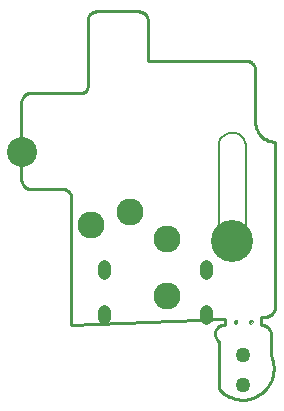
<source format=gbs>
G75*
G70*
%OFA0B0*%
%FSLAX24Y24*%
%IPPOS*%
%LPD*%
%AMOC8*
5,1,8,0,0,1.08239X$1,22.5*
%
%ADD10C,0.0050*%
%ADD11C,0.0100*%
%ADD12C,0.0000*%
%ADD13C,0.0120*%
%ADD14C,0.0004*%
%ADD15C,0.0433*%
%ADD16C,0.0900*%
%ADD17C,0.0500*%
%ADD18C,0.1000*%
%ADD19C,0.1400*%
D10*
X007158Y005886D02*
X007158Y008596D01*
X007160Y008637D01*
X007165Y008677D01*
X007174Y008717D01*
X007187Y008756D01*
X007203Y008793D01*
X007222Y008829D01*
X007245Y008863D01*
X007270Y008895D01*
X007299Y008925D01*
X007329Y008952D01*
X007362Y008976D01*
X007397Y008997D01*
X007434Y009014D01*
X007472Y009029D01*
X007512Y009040D01*
X007552Y009047D01*
X007593Y009051D01*
X007633Y009051D01*
X007674Y009047D01*
X007714Y009040D01*
X007754Y009029D01*
X007792Y009014D01*
X007829Y008997D01*
X007864Y008976D01*
X007897Y008952D01*
X007927Y008925D01*
X007956Y008895D01*
X007981Y008863D01*
X008004Y008829D01*
X008023Y008793D01*
X008039Y008756D01*
X008052Y008717D01*
X008061Y008677D01*
X008066Y008637D01*
X008068Y008596D01*
X008068Y005886D01*
X008066Y005845D01*
X008061Y005805D01*
X008052Y005765D01*
X008039Y005726D01*
X008023Y005689D01*
X008004Y005653D01*
X007981Y005619D01*
X007956Y005587D01*
X007927Y005557D01*
X007897Y005530D01*
X007864Y005506D01*
X007829Y005485D01*
X007792Y005468D01*
X007754Y005453D01*
X007714Y005442D01*
X007674Y005435D01*
X007633Y005431D01*
X007593Y005431D01*
X007552Y005435D01*
X007512Y005442D01*
X007472Y005453D01*
X007434Y005468D01*
X007397Y005485D01*
X007362Y005506D01*
X007329Y005530D01*
X007299Y005557D01*
X007270Y005587D01*
X007245Y005619D01*
X007222Y005653D01*
X007203Y005689D01*
X007187Y005726D01*
X007174Y005765D01*
X007165Y005805D01*
X007160Y005845D01*
X007158Y005886D01*
D11*
X007364Y002832D02*
X002254Y002646D01*
X002254Y006898D01*
X002248Y006931D01*
X002239Y006963D01*
X002226Y006994D01*
X002210Y007023D01*
X002192Y007050D01*
X002170Y007076D01*
X002146Y007099D01*
X002120Y007119D01*
X002092Y007137D01*
X002062Y007151D01*
X002031Y007162D01*
X001999Y007170D01*
X001966Y007175D01*
X001933Y007176D01*
X001900Y007174D01*
X001899Y007174D02*
X000904Y007174D01*
X000871Y007176D01*
X000839Y007181D01*
X000807Y007189D01*
X000776Y007201D01*
X000747Y007216D01*
X000719Y007234D01*
X000693Y007255D01*
X000670Y007278D01*
X000649Y007304D01*
X000631Y007331D01*
X000616Y007361D01*
X000604Y007392D01*
X000596Y007424D01*
X000591Y007456D01*
X000589Y007489D01*
X000589Y010062D01*
X000591Y010095D01*
X000596Y010127D01*
X000604Y010159D01*
X000616Y010190D01*
X000631Y010219D01*
X000649Y010247D01*
X000670Y010273D01*
X000693Y010296D01*
X000719Y010317D01*
X000747Y010335D01*
X000776Y010350D01*
X000807Y010362D01*
X000839Y010370D01*
X000871Y010375D01*
X000904Y010377D01*
X002595Y010377D01*
X002595Y010376D02*
X002621Y010378D01*
X002646Y010383D01*
X002670Y010391D01*
X002693Y010402D01*
X002715Y010417D01*
X002734Y010434D01*
X002751Y010453D01*
X002766Y010474D01*
X002777Y010498D01*
X002785Y010522D01*
X002790Y010547D01*
X002792Y010573D01*
X002792Y012782D01*
X002794Y012815D01*
X002799Y012847D01*
X002807Y012879D01*
X002819Y012910D01*
X002834Y012939D01*
X002852Y012967D01*
X002873Y012993D01*
X002896Y013016D01*
X002922Y013037D01*
X002950Y013055D01*
X002979Y013070D01*
X003010Y013082D01*
X003042Y013090D01*
X003074Y013095D01*
X003107Y013097D01*
X004489Y013097D01*
X004522Y013095D01*
X004554Y013090D01*
X004586Y013082D01*
X004617Y013070D01*
X004646Y013055D01*
X004674Y013037D01*
X004700Y013016D01*
X004723Y012993D01*
X004744Y012967D01*
X004762Y012939D01*
X004777Y012910D01*
X004789Y012879D01*
X004797Y012847D01*
X004802Y012815D01*
X004804Y012782D01*
X004804Y011456D01*
X008073Y011456D01*
X008073Y011455D02*
X008108Y011452D01*
X008142Y011444D01*
X008175Y011433D01*
X008207Y011419D01*
X008237Y011401D01*
X008265Y011380D01*
X008291Y011356D01*
X008315Y011330D01*
X008335Y011302D01*
X008352Y011271D01*
X008367Y011239D01*
X008377Y011206D01*
X008384Y011171D01*
X008388Y011136D01*
X008387Y011101D01*
X008388Y011101D02*
X008388Y009382D01*
X008387Y009381D02*
X008391Y009333D01*
X008397Y009285D01*
X008408Y009237D01*
X008422Y009191D01*
X008439Y009145D01*
X008460Y009101D01*
X008484Y009059D01*
X008511Y009019D01*
X008541Y008981D01*
X008574Y008945D01*
X008610Y008911D01*
X008647Y008881D01*
X008687Y008853D01*
X008729Y008828D01*
X008773Y008807D01*
X008818Y008789D01*
X008864Y008774D01*
X008912Y008763D01*
X008960Y008756D01*
X009008Y008752D01*
X009057Y008751D01*
X009057Y008752D02*
X009057Y003294D01*
X009055Y003255D01*
X009049Y003217D01*
X009040Y003180D01*
X009027Y003143D01*
X009010Y003108D01*
X008991Y003075D01*
X008968Y003044D01*
X008942Y003015D01*
X008913Y002989D01*
X008882Y002966D01*
X008849Y002947D01*
X008814Y002930D01*
X008777Y002917D01*
X008740Y002908D01*
X008702Y002902D01*
X008663Y002900D01*
X008663Y002901D02*
X008585Y002901D01*
X008585Y002646D01*
X008618Y002644D01*
X008650Y002639D01*
X008682Y002631D01*
X008713Y002619D01*
X008742Y002604D01*
X008770Y002586D01*
X008796Y002565D01*
X008819Y002542D01*
X008840Y002516D01*
X008858Y002488D01*
X008873Y002459D01*
X008885Y002428D01*
X008893Y002396D01*
X008898Y002364D01*
X008900Y002331D01*
X008900Y001623D01*
X008925Y001565D01*
X008947Y001505D01*
X008964Y001444D01*
X008978Y001382D01*
X008988Y001320D01*
X008995Y001257D01*
X008997Y001193D01*
X008995Y001130D01*
X008990Y001066D01*
X008981Y001004D01*
X008968Y000942D01*
X008951Y000880D01*
X008930Y000820D01*
X008906Y000762D01*
X008878Y000705D01*
X008847Y000649D01*
X008813Y000596D01*
X008775Y000545D01*
X008734Y000496D01*
X008690Y000450D01*
X008644Y000407D01*
X008595Y000367D01*
X008544Y000329D01*
X008490Y000295D01*
X008435Y000265D01*
X008377Y000237D01*
X008318Y000214D01*
X008258Y000194D01*
X008197Y000177D01*
X008135Y000165D01*
X008072Y000156D01*
X008009Y000151D01*
X007945Y000150D01*
X007882Y000153D01*
X007819Y000160D01*
X007756Y000170D01*
X007694Y000185D01*
X007633Y000203D01*
X007574Y000225D01*
X007516Y000251D01*
X007459Y000280D01*
X007405Y000312D01*
X007352Y000348D01*
X007302Y000387D01*
X007254Y000428D01*
X007209Y000473D01*
X007167Y000520D01*
X007167Y002095D01*
X007168Y002096D02*
X007141Y002117D01*
X007116Y002141D01*
X007095Y002168D01*
X007076Y002197D01*
X007061Y002228D01*
X007050Y002260D01*
X007042Y002293D01*
X007038Y002328D01*
X007039Y002362D01*
X007043Y002396D01*
X007050Y002430D01*
X007062Y002462D01*
X007077Y002493D01*
X007096Y002522D01*
X007117Y002548D01*
X007142Y002572D01*
X007169Y002593D01*
X007198Y002611D01*
X007229Y002626D01*
X007262Y002637D01*
X007296Y002644D01*
X007330Y002647D01*
X007364Y002646D01*
X007364Y002832D01*
D12*
X007670Y002746D02*
X007672Y002761D01*
X007677Y002775D01*
X007686Y002787D01*
X007698Y002797D01*
X007711Y002803D01*
X007726Y002806D01*
X007741Y002805D01*
X007756Y002800D01*
X007768Y002792D01*
X007779Y002781D01*
X007786Y002768D01*
X007790Y002754D01*
X007790Y002738D01*
X007786Y002724D01*
X007779Y002711D01*
X007768Y002700D01*
X007756Y002692D01*
X007741Y002687D01*
X007726Y002686D01*
X007711Y002689D01*
X007698Y002695D01*
X007686Y002705D01*
X007677Y002717D01*
X007672Y002731D01*
X007670Y002746D01*
X008180Y002746D02*
X008182Y002761D01*
X008187Y002775D01*
X008196Y002787D01*
X008208Y002797D01*
X008221Y002803D01*
X008236Y002806D01*
X008251Y002805D01*
X008266Y002800D01*
X008278Y002792D01*
X008289Y002781D01*
X008296Y002768D01*
X008300Y002754D01*
X008300Y002738D01*
X008296Y002724D01*
X008289Y002711D01*
X008278Y002700D01*
X008266Y002692D01*
X008251Y002687D01*
X008236Y002686D01*
X008221Y002689D01*
X008208Y002695D01*
X008196Y002705D01*
X008187Y002717D01*
X008182Y002731D01*
X008180Y002746D01*
D13*
X008240Y002746D03*
X007730Y002746D03*
D14*
X006855Y002860D02*
X006855Y003104D01*
X006853Y003124D01*
X006848Y003144D01*
X006839Y003163D01*
X006827Y003180D01*
X006813Y003194D01*
X006796Y003206D01*
X006777Y003215D01*
X006757Y003220D01*
X006737Y003222D01*
X006717Y003220D01*
X006697Y003215D01*
X006678Y003206D01*
X006661Y003194D01*
X006647Y003180D01*
X006635Y003163D01*
X006626Y003144D01*
X006621Y003124D01*
X006619Y003104D01*
X006619Y002860D01*
X006621Y002840D01*
X006626Y002820D01*
X006635Y002801D01*
X006647Y002784D01*
X006661Y002770D01*
X006678Y002758D01*
X006697Y002749D01*
X006717Y002744D01*
X006737Y002742D01*
X006757Y002744D01*
X006777Y002749D01*
X006796Y002758D01*
X006813Y002770D01*
X006827Y002784D01*
X006839Y002801D01*
X006848Y002820D01*
X006853Y002840D01*
X006855Y002860D01*
X006855Y004356D02*
X006855Y004600D01*
X006853Y004620D01*
X006848Y004640D01*
X006839Y004659D01*
X006827Y004676D01*
X006813Y004690D01*
X006796Y004702D01*
X006777Y004711D01*
X006757Y004716D01*
X006737Y004718D01*
X006717Y004716D01*
X006697Y004711D01*
X006678Y004702D01*
X006661Y004690D01*
X006647Y004676D01*
X006635Y004659D01*
X006626Y004640D01*
X006621Y004620D01*
X006619Y004600D01*
X006619Y004356D01*
X006621Y004336D01*
X006626Y004316D01*
X006635Y004297D01*
X006647Y004280D01*
X006661Y004266D01*
X006678Y004254D01*
X006697Y004245D01*
X006717Y004240D01*
X006737Y004238D01*
X006757Y004240D01*
X006777Y004245D01*
X006796Y004254D01*
X006813Y004266D01*
X006827Y004280D01*
X006839Y004297D01*
X006848Y004316D01*
X006853Y004336D01*
X006855Y004356D01*
X003454Y004356D02*
X003454Y004600D01*
X003452Y004620D01*
X003447Y004640D01*
X003438Y004659D01*
X003426Y004676D01*
X003412Y004690D01*
X003395Y004702D01*
X003376Y004711D01*
X003356Y004716D01*
X003336Y004718D01*
X003316Y004716D01*
X003296Y004711D01*
X003277Y004702D01*
X003260Y004690D01*
X003246Y004676D01*
X003234Y004659D01*
X003225Y004640D01*
X003220Y004620D01*
X003218Y004600D01*
X003218Y004356D01*
X003220Y004336D01*
X003225Y004316D01*
X003234Y004297D01*
X003246Y004280D01*
X003260Y004266D01*
X003277Y004254D01*
X003296Y004245D01*
X003316Y004240D01*
X003336Y004238D01*
X003356Y004240D01*
X003376Y004245D01*
X003395Y004254D01*
X003412Y004266D01*
X003426Y004280D01*
X003438Y004297D01*
X003447Y004316D01*
X003452Y004336D01*
X003454Y004356D01*
X003454Y003104D02*
X003454Y002860D01*
X003452Y002840D01*
X003447Y002820D01*
X003438Y002801D01*
X003426Y002784D01*
X003412Y002770D01*
X003395Y002758D01*
X003376Y002749D01*
X003356Y002744D01*
X003336Y002742D01*
X003316Y002744D01*
X003296Y002749D01*
X003277Y002758D01*
X003260Y002770D01*
X003246Y002784D01*
X003234Y002801D01*
X003225Y002820D01*
X003220Y002840D01*
X003218Y002860D01*
X003218Y003104D01*
X003220Y003124D01*
X003225Y003144D01*
X003234Y003163D01*
X003246Y003180D01*
X003260Y003194D01*
X003277Y003206D01*
X003296Y003215D01*
X003316Y003220D01*
X003336Y003222D01*
X003356Y003220D01*
X003376Y003215D01*
X003395Y003206D01*
X003412Y003194D01*
X003426Y003180D01*
X003438Y003163D01*
X003447Y003144D01*
X003452Y003124D01*
X003454Y003104D01*
D15*
X003336Y002862D02*
X003336Y002862D01*
X003336Y003098D01*
X003336Y003098D01*
X003336Y002862D01*
X003336Y004358D02*
X003336Y004358D01*
X003336Y004594D01*
X003336Y004594D01*
X003336Y004358D01*
X006737Y004358D02*
X006737Y004358D01*
X006737Y004594D01*
X006737Y004594D01*
X006737Y004358D01*
X006737Y002862D02*
X006737Y002862D01*
X006737Y003098D01*
X006737Y003098D01*
X006737Y002862D01*
D16*
X005427Y003616D03*
X005427Y005516D03*
X004197Y006396D03*
X002897Y005976D03*
D17*
X007987Y001646D03*
X007987Y000646D03*
D18*
X000600Y008396D03*
D19*
X007615Y005436D03*
M02*

</source>
